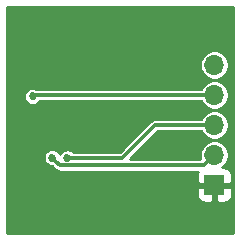
<source format=gbr>
G04 #@! TF.GenerationSoftware,KiCad,Pcbnew,5.1.5+dfsg1-2build2*
G04 #@! TF.CreationDate,2020-09-01T14:50:31-04:00*
G04 #@! TF.ProjectId,TPS63001Supply,54505336-3330-4303-9153-7570706c792e,rev?*
G04 #@! TF.SameCoordinates,Original*
G04 #@! TF.FileFunction,Copper,L2,Bot*
G04 #@! TF.FilePolarity,Positive*
%FSLAX46Y46*%
G04 Gerber Fmt 4.6, Leading zero omitted, Abs format (unit mm)*
G04 Created by KiCad (PCBNEW 5.1.5+dfsg1-2build2) date 2020-09-01 14:50:31*
%MOMM*%
%LPD*%
G04 APERTURE LIST*
%ADD10R,1.700000X1.700000*%
%ADD11O,1.700000X1.700000*%
%ADD12C,0.685800*%
%ADD13C,0.304800*%
%ADD14C,0.254000*%
G04 APERTURE END LIST*
D10*
X160000000Y-110000000D03*
D11*
X160000000Y-107460000D03*
X160000000Y-104920000D03*
X160000000Y-102380000D03*
X160000000Y-99840000D03*
D12*
X144600000Y-102500000D03*
X146253200Y-107670600D03*
X147548600Y-107696000D03*
D13*
X144720000Y-102380000D02*
X144600000Y-102500000D01*
X160000000Y-102380000D02*
X144720000Y-102380000D01*
X146596099Y-108013499D02*
X146253200Y-107670600D01*
X146926301Y-108343701D02*
X146596099Y-108013499D01*
X159116299Y-108343701D02*
X146926301Y-108343701D01*
X160000000Y-107460000D02*
X159116299Y-108343701D01*
X160000000Y-104920000D02*
X154980000Y-104920000D01*
X152204000Y-107696000D02*
X147548600Y-107696000D01*
X154980000Y-104920000D02*
X152204000Y-107696000D01*
D14*
G36*
X161544000Y-114044000D02*
G01*
X142456000Y-114044000D01*
X142456000Y-110850000D01*
X158511928Y-110850000D01*
X158524188Y-110974482D01*
X158560498Y-111094180D01*
X158619463Y-111204494D01*
X158698815Y-111301185D01*
X158795506Y-111380537D01*
X158905820Y-111439502D01*
X159025518Y-111475812D01*
X159150000Y-111488072D01*
X159714250Y-111485000D01*
X159873000Y-111326250D01*
X159873000Y-110127000D01*
X160127000Y-110127000D01*
X160127000Y-111326250D01*
X160285750Y-111485000D01*
X160850000Y-111488072D01*
X160974482Y-111475812D01*
X161094180Y-111439502D01*
X161204494Y-111380537D01*
X161301185Y-111301185D01*
X161380537Y-111204494D01*
X161439502Y-111094180D01*
X161475812Y-110974482D01*
X161488072Y-110850000D01*
X161485000Y-110285750D01*
X161326250Y-110127000D01*
X160127000Y-110127000D01*
X159873000Y-110127000D01*
X158673750Y-110127000D01*
X158515000Y-110285750D01*
X158511928Y-110850000D01*
X142456000Y-110850000D01*
X142456000Y-107599302D01*
X145529300Y-107599302D01*
X145529300Y-107741898D01*
X145557119Y-107881754D01*
X145611688Y-108013495D01*
X145690910Y-108132060D01*
X145791740Y-108232890D01*
X145910305Y-108312112D01*
X146042046Y-108366681D01*
X146181902Y-108394500D01*
X146222759Y-108394500D01*
X146530605Y-108702346D01*
X146547306Y-108722696D01*
X146628526Y-108789352D01*
X146721190Y-108838882D01*
X146821736Y-108869382D01*
X146900106Y-108877101D01*
X146900113Y-108877101D01*
X146926300Y-108879680D01*
X146952487Y-108877101D01*
X158575849Y-108877101D01*
X158560498Y-108905820D01*
X158524188Y-109025518D01*
X158511928Y-109150000D01*
X158515000Y-109714250D01*
X158673750Y-109873000D01*
X159873000Y-109873000D01*
X159873000Y-109853000D01*
X160127000Y-109853000D01*
X160127000Y-109873000D01*
X161326250Y-109873000D01*
X161485000Y-109714250D01*
X161488072Y-109150000D01*
X161475812Y-109025518D01*
X161439502Y-108905820D01*
X161380537Y-108795506D01*
X161301185Y-108698815D01*
X161204494Y-108619463D01*
X161094180Y-108560498D01*
X160974482Y-108524188D01*
X160850000Y-108511928D01*
X160639706Y-108513073D01*
X160784717Y-108416180D01*
X160956180Y-108244717D01*
X161090898Y-108043097D01*
X161183693Y-107819069D01*
X161231000Y-107581243D01*
X161231000Y-107338757D01*
X161183693Y-107100931D01*
X161090898Y-106876903D01*
X160956180Y-106675283D01*
X160784717Y-106503820D01*
X160583097Y-106369102D01*
X160359069Y-106276307D01*
X160121243Y-106229000D01*
X159878757Y-106229000D01*
X159640931Y-106276307D01*
X159416903Y-106369102D01*
X159215283Y-106503820D01*
X159043820Y-106675283D01*
X158909102Y-106876903D01*
X158816307Y-107100931D01*
X158769000Y-107338757D01*
X158769000Y-107581243D01*
X158814563Y-107810301D01*
X152844040Y-107810301D01*
X155200941Y-105453400D01*
X158888517Y-105453400D01*
X158909102Y-105503097D01*
X159043820Y-105704717D01*
X159215283Y-105876180D01*
X159416903Y-106010898D01*
X159640931Y-106103693D01*
X159878757Y-106151000D01*
X160121243Y-106151000D01*
X160359069Y-106103693D01*
X160583097Y-106010898D01*
X160784717Y-105876180D01*
X160956180Y-105704717D01*
X161090898Y-105503097D01*
X161183693Y-105279069D01*
X161231000Y-105041243D01*
X161231000Y-104798757D01*
X161183693Y-104560931D01*
X161090898Y-104336903D01*
X160956180Y-104135283D01*
X160784717Y-103963820D01*
X160583097Y-103829102D01*
X160359069Y-103736307D01*
X160121243Y-103689000D01*
X159878757Y-103689000D01*
X159640931Y-103736307D01*
X159416903Y-103829102D01*
X159215283Y-103963820D01*
X159043820Y-104135283D01*
X158909102Y-104336903D01*
X158888517Y-104386600D01*
X155006187Y-104386600D01*
X154980000Y-104384021D01*
X154953813Y-104386600D01*
X154953805Y-104386600D01*
X154875435Y-104394319D01*
X154774889Y-104424819D01*
X154682225Y-104474349D01*
X154601005Y-104541005D01*
X154584304Y-104561355D01*
X151983059Y-107162600D01*
X148038950Y-107162600D01*
X148010060Y-107133710D01*
X147891495Y-107054488D01*
X147759754Y-106999919D01*
X147619898Y-106972100D01*
X147477302Y-106972100D01*
X147337446Y-106999919D01*
X147205705Y-107054488D01*
X147087140Y-107133710D01*
X146986310Y-107234540D01*
X146907088Y-107353105D01*
X146906161Y-107355344D01*
X146894712Y-107327705D01*
X146815490Y-107209140D01*
X146714660Y-107108310D01*
X146596095Y-107029088D01*
X146464354Y-106974519D01*
X146324498Y-106946700D01*
X146181902Y-106946700D01*
X146042046Y-106974519D01*
X145910305Y-107029088D01*
X145791740Y-107108310D01*
X145690910Y-107209140D01*
X145611688Y-107327705D01*
X145557119Y-107459446D01*
X145529300Y-107599302D01*
X142456000Y-107599302D01*
X142456000Y-102428702D01*
X143876100Y-102428702D01*
X143876100Y-102571298D01*
X143903919Y-102711154D01*
X143958488Y-102842895D01*
X144037710Y-102961460D01*
X144138540Y-103062290D01*
X144257105Y-103141512D01*
X144388846Y-103196081D01*
X144528702Y-103223900D01*
X144671298Y-103223900D01*
X144811154Y-103196081D01*
X144942895Y-103141512D01*
X145061460Y-103062290D01*
X145162290Y-102961460D01*
X145194402Y-102913400D01*
X158888517Y-102913400D01*
X158909102Y-102963097D01*
X159043820Y-103164717D01*
X159215283Y-103336180D01*
X159416903Y-103470898D01*
X159640931Y-103563693D01*
X159878757Y-103611000D01*
X160121243Y-103611000D01*
X160359069Y-103563693D01*
X160583097Y-103470898D01*
X160784717Y-103336180D01*
X160956180Y-103164717D01*
X161090898Y-102963097D01*
X161183693Y-102739069D01*
X161231000Y-102501243D01*
X161231000Y-102258757D01*
X161183693Y-102020931D01*
X161090898Y-101796903D01*
X160956180Y-101595283D01*
X160784717Y-101423820D01*
X160583097Y-101289102D01*
X160359069Y-101196307D01*
X160121243Y-101149000D01*
X159878757Y-101149000D01*
X159640931Y-101196307D01*
X159416903Y-101289102D01*
X159215283Y-101423820D01*
X159043820Y-101595283D01*
X158909102Y-101796903D01*
X158888517Y-101846600D01*
X144914195Y-101846600D01*
X144811154Y-101803919D01*
X144671298Y-101776100D01*
X144528702Y-101776100D01*
X144388846Y-101803919D01*
X144257105Y-101858488D01*
X144138540Y-101937710D01*
X144037710Y-102038540D01*
X143958488Y-102157105D01*
X143903919Y-102288846D01*
X143876100Y-102428702D01*
X142456000Y-102428702D01*
X142456000Y-99718757D01*
X158769000Y-99718757D01*
X158769000Y-99961243D01*
X158816307Y-100199069D01*
X158909102Y-100423097D01*
X159043820Y-100624717D01*
X159215283Y-100796180D01*
X159416903Y-100930898D01*
X159640931Y-101023693D01*
X159878757Y-101071000D01*
X160121243Y-101071000D01*
X160359069Y-101023693D01*
X160583097Y-100930898D01*
X160784717Y-100796180D01*
X160956180Y-100624717D01*
X161090898Y-100423097D01*
X161183693Y-100199069D01*
X161231000Y-99961243D01*
X161231000Y-99718757D01*
X161183693Y-99480931D01*
X161090898Y-99256903D01*
X160956180Y-99055283D01*
X160784717Y-98883820D01*
X160583097Y-98749102D01*
X160359069Y-98656307D01*
X160121243Y-98609000D01*
X159878757Y-98609000D01*
X159640931Y-98656307D01*
X159416903Y-98749102D01*
X159215283Y-98883820D01*
X159043820Y-99055283D01*
X158909102Y-99256903D01*
X158816307Y-99480931D01*
X158769000Y-99718757D01*
X142456000Y-99718757D01*
X142456000Y-94956000D01*
X161544001Y-94956000D01*
X161544000Y-114044000D01*
G37*
X161544000Y-114044000D02*
X142456000Y-114044000D01*
X142456000Y-110850000D01*
X158511928Y-110850000D01*
X158524188Y-110974482D01*
X158560498Y-111094180D01*
X158619463Y-111204494D01*
X158698815Y-111301185D01*
X158795506Y-111380537D01*
X158905820Y-111439502D01*
X159025518Y-111475812D01*
X159150000Y-111488072D01*
X159714250Y-111485000D01*
X159873000Y-111326250D01*
X159873000Y-110127000D01*
X160127000Y-110127000D01*
X160127000Y-111326250D01*
X160285750Y-111485000D01*
X160850000Y-111488072D01*
X160974482Y-111475812D01*
X161094180Y-111439502D01*
X161204494Y-111380537D01*
X161301185Y-111301185D01*
X161380537Y-111204494D01*
X161439502Y-111094180D01*
X161475812Y-110974482D01*
X161488072Y-110850000D01*
X161485000Y-110285750D01*
X161326250Y-110127000D01*
X160127000Y-110127000D01*
X159873000Y-110127000D01*
X158673750Y-110127000D01*
X158515000Y-110285750D01*
X158511928Y-110850000D01*
X142456000Y-110850000D01*
X142456000Y-107599302D01*
X145529300Y-107599302D01*
X145529300Y-107741898D01*
X145557119Y-107881754D01*
X145611688Y-108013495D01*
X145690910Y-108132060D01*
X145791740Y-108232890D01*
X145910305Y-108312112D01*
X146042046Y-108366681D01*
X146181902Y-108394500D01*
X146222759Y-108394500D01*
X146530605Y-108702346D01*
X146547306Y-108722696D01*
X146628526Y-108789352D01*
X146721190Y-108838882D01*
X146821736Y-108869382D01*
X146900106Y-108877101D01*
X146900113Y-108877101D01*
X146926300Y-108879680D01*
X146952487Y-108877101D01*
X158575849Y-108877101D01*
X158560498Y-108905820D01*
X158524188Y-109025518D01*
X158511928Y-109150000D01*
X158515000Y-109714250D01*
X158673750Y-109873000D01*
X159873000Y-109873000D01*
X159873000Y-109853000D01*
X160127000Y-109853000D01*
X160127000Y-109873000D01*
X161326250Y-109873000D01*
X161485000Y-109714250D01*
X161488072Y-109150000D01*
X161475812Y-109025518D01*
X161439502Y-108905820D01*
X161380537Y-108795506D01*
X161301185Y-108698815D01*
X161204494Y-108619463D01*
X161094180Y-108560498D01*
X160974482Y-108524188D01*
X160850000Y-108511928D01*
X160639706Y-108513073D01*
X160784717Y-108416180D01*
X160956180Y-108244717D01*
X161090898Y-108043097D01*
X161183693Y-107819069D01*
X161231000Y-107581243D01*
X161231000Y-107338757D01*
X161183693Y-107100931D01*
X161090898Y-106876903D01*
X160956180Y-106675283D01*
X160784717Y-106503820D01*
X160583097Y-106369102D01*
X160359069Y-106276307D01*
X160121243Y-106229000D01*
X159878757Y-106229000D01*
X159640931Y-106276307D01*
X159416903Y-106369102D01*
X159215283Y-106503820D01*
X159043820Y-106675283D01*
X158909102Y-106876903D01*
X158816307Y-107100931D01*
X158769000Y-107338757D01*
X158769000Y-107581243D01*
X158814563Y-107810301D01*
X152844040Y-107810301D01*
X155200941Y-105453400D01*
X158888517Y-105453400D01*
X158909102Y-105503097D01*
X159043820Y-105704717D01*
X159215283Y-105876180D01*
X159416903Y-106010898D01*
X159640931Y-106103693D01*
X159878757Y-106151000D01*
X160121243Y-106151000D01*
X160359069Y-106103693D01*
X160583097Y-106010898D01*
X160784717Y-105876180D01*
X160956180Y-105704717D01*
X161090898Y-105503097D01*
X161183693Y-105279069D01*
X161231000Y-105041243D01*
X161231000Y-104798757D01*
X161183693Y-104560931D01*
X161090898Y-104336903D01*
X160956180Y-104135283D01*
X160784717Y-103963820D01*
X160583097Y-103829102D01*
X160359069Y-103736307D01*
X160121243Y-103689000D01*
X159878757Y-103689000D01*
X159640931Y-103736307D01*
X159416903Y-103829102D01*
X159215283Y-103963820D01*
X159043820Y-104135283D01*
X158909102Y-104336903D01*
X158888517Y-104386600D01*
X155006187Y-104386600D01*
X154980000Y-104384021D01*
X154953813Y-104386600D01*
X154953805Y-104386600D01*
X154875435Y-104394319D01*
X154774889Y-104424819D01*
X154682225Y-104474349D01*
X154601005Y-104541005D01*
X154584304Y-104561355D01*
X151983059Y-107162600D01*
X148038950Y-107162600D01*
X148010060Y-107133710D01*
X147891495Y-107054488D01*
X147759754Y-106999919D01*
X147619898Y-106972100D01*
X147477302Y-106972100D01*
X147337446Y-106999919D01*
X147205705Y-107054488D01*
X147087140Y-107133710D01*
X146986310Y-107234540D01*
X146907088Y-107353105D01*
X146906161Y-107355344D01*
X146894712Y-107327705D01*
X146815490Y-107209140D01*
X146714660Y-107108310D01*
X146596095Y-107029088D01*
X146464354Y-106974519D01*
X146324498Y-106946700D01*
X146181902Y-106946700D01*
X146042046Y-106974519D01*
X145910305Y-107029088D01*
X145791740Y-107108310D01*
X145690910Y-107209140D01*
X145611688Y-107327705D01*
X145557119Y-107459446D01*
X145529300Y-107599302D01*
X142456000Y-107599302D01*
X142456000Y-102428702D01*
X143876100Y-102428702D01*
X143876100Y-102571298D01*
X143903919Y-102711154D01*
X143958488Y-102842895D01*
X144037710Y-102961460D01*
X144138540Y-103062290D01*
X144257105Y-103141512D01*
X144388846Y-103196081D01*
X144528702Y-103223900D01*
X144671298Y-103223900D01*
X144811154Y-103196081D01*
X144942895Y-103141512D01*
X145061460Y-103062290D01*
X145162290Y-102961460D01*
X145194402Y-102913400D01*
X158888517Y-102913400D01*
X158909102Y-102963097D01*
X159043820Y-103164717D01*
X159215283Y-103336180D01*
X159416903Y-103470898D01*
X159640931Y-103563693D01*
X159878757Y-103611000D01*
X160121243Y-103611000D01*
X160359069Y-103563693D01*
X160583097Y-103470898D01*
X160784717Y-103336180D01*
X160956180Y-103164717D01*
X161090898Y-102963097D01*
X161183693Y-102739069D01*
X161231000Y-102501243D01*
X161231000Y-102258757D01*
X161183693Y-102020931D01*
X161090898Y-101796903D01*
X160956180Y-101595283D01*
X160784717Y-101423820D01*
X160583097Y-101289102D01*
X160359069Y-101196307D01*
X160121243Y-101149000D01*
X159878757Y-101149000D01*
X159640931Y-101196307D01*
X159416903Y-101289102D01*
X159215283Y-101423820D01*
X159043820Y-101595283D01*
X158909102Y-101796903D01*
X158888517Y-101846600D01*
X144914195Y-101846600D01*
X144811154Y-101803919D01*
X144671298Y-101776100D01*
X144528702Y-101776100D01*
X144388846Y-101803919D01*
X144257105Y-101858488D01*
X144138540Y-101937710D01*
X144037710Y-102038540D01*
X143958488Y-102157105D01*
X143903919Y-102288846D01*
X143876100Y-102428702D01*
X142456000Y-102428702D01*
X142456000Y-99718757D01*
X158769000Y-99718757D01*
X158769000Y-99961243D01*
X158816307Y-100199069D01*
X158909102Y-100423097D01*
X159043820Y-100624717D01*
X159215283Y-100796180D01*
X159416903Y-100930898D01*
X159640931Y-101023693D01*
X159878757Y-101071000D01*
X160121243Y-101071000D01*
X160359069Y-101023693D01*
X160583097Y-100930898D01*
X160784717Y-100796180D01*
X160956180Y-100624717D01*
X161090898Y-100423097D01*
X161183693Y-100199069D01*
X161231000Y-99961243D01*
X161231000Y-99718757D01*
X161183693Y-99480931D01*
X161090898Y-99256903D01*
X160956180Y-99055283D01*
X160784717Y-98883820D01*
X160583097Y-98749102D01*
X160359069Y-98656307D01*
X160121243Y-98609000D01*
X159878757Y-98609000D01*
X159640931Y-98656307D01*
X159416903Y-98749102D01*
X159215283Y-98883820D01*
X159043820Y-99055283D01*
X158909102Y-99256903D01*
X158816307Y-99480931D01*
X158769000Y-99718757D01*
X142456000Y-99718757D01*
X142456000Y-94956000D01*
X161544001Y-94956000D01*
X161544000Y-114044000D01*
M02*

</source>
